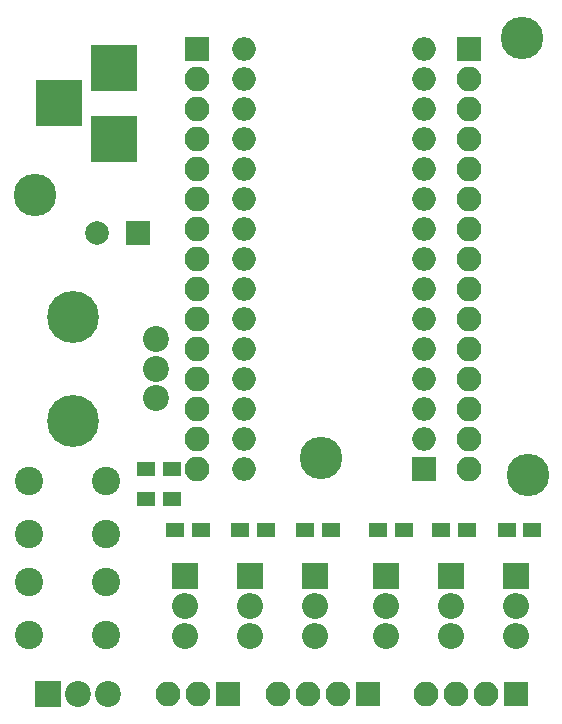
<source format=gts>
G04 #@! TF.FileFunction,Soldermask,Top*
%FSLAX46Y46*%
G04 Gerber Fmt 4.6, Leading zero omitted, Abs format (unit mm)*
G04 Created by KiCad (PCBNEW 4.0.7-e2-6376~58~ubuntu14.04.1) date Sun Dec 17 21:17:51 2017*
%MOMM*%
%LPD*%
G01*
G04 APERTURE LIST*
%ADD10C,0.100000*%
%ADD11R,2.200000X2.200000*%
%ADD12O,2.200000X2.200000*%
%ADD13R,2.000000X2.000000*%
%ADD14O,2.000000X2.000000*%
%ADD15C,2.000000*%
%ADD16R,2.100000X2.100000*%
%ADD17O,2.100000X2.100000*%
%ADD18R,3.900000X3.900000*%
%ADD19R,1.600000X1.300000*%
%ADD20C,2.200000*%
%ADD21C,4.400000*%
%ADD22C,2.400000*%
%ADD23C,3.600000*%
G04 APERTURE END LIST*
D10*
D11*
X161000000Y-101000000D03*
D12*
X161000000Y-103540000D03*
X161000000Y-106080000D03*
D13*
X158740000Y-92000000D03*
D14*
X143500000Y-58980000D03*
X158740000Y-89460000D03*
X143500000Y-61520000D03*
X158740000Y-86920000D03*
X143500000Y-64060000D03*
X158740000Y-84380000D03*
X143500000Y-66600000D03*
X158740000Y-81840000D03*
X143500000Y-69140000D03*
X158740000Y-79300000D03*
X143500000Y-71680000D03*
X158740000Y-76760000D03*
X143500000Y-74220000D03*
X158740000Y-74220000D03*
X143500000Y-76760000D03*
X158740000Y-71680000D03*
X143500000Y-79300000D03*
X158740000Y-69140000D03*
X143500000Y-81840000D03*
X158740000Y-66600000D03*
X143500000Y-84380000D03*
X158740000Y-64060000D03*
X143500000Y-86920000D03*
X158740000Y-61520000D03*
X143500000Y-89460000D03*
X158740000Y-58980000D03*
X143500000Y-92000000D03*
X158740000Y-56440000D03*
X143500000Y-56440000D03*
D13*
X134500000Y-72000000D03*
D15*
X131000000Y-72000000D03*
D16*
X139500000Y-56440000D03*
D17*
X139500000Y-58980000D03*
X139500000Y-61520000D03*
X139500000Y-64060000D03*
X139500000Y-66600000D03*
X139500000Y-69140000D03*
X139500000Y-71680000D03*
X139500000Y-74220000D03*
X139500000Y-76760000D03*
X139500000Y-79300000D03*
X139500000Y-81840000D03*
X139500000Y-84380000D03*
X139500000Y-86920000D03*
X139500000Y-89460000D03*
X139500000Y-92000000D03*
D16*
X162500000Y-56440000D03*
D17*
X162500000Y-58980000D03*
X162500000Y-61520000D03*
X162500000Y-64060000D03*
X162500000Y-66600000D03*
X162500000Y-69140000D03*
X162500000Y-71680000D03*
X162500000Y-74220000D03*
X162500000Y-76760000D03*
X162500000Y-79300000D03*
X162500000Y-81840000D03*
X162500000Y-84380000D03*
X162500000Y-86920000D03*
X162500000Y-89460000D03*
X162500000Y-92000000D03*
D16*
X154000000Y-111000000D03*
D17*
X151460000Y-111000000D03*
X148920000Y-111000000D03*
X146380000Y-111000000D03*
D16*
X166540000Y-111000000D03*
D17*
X164000000Y-111000000D03*
X161460000Y-111000000D03*
X158920000Y-111000000D03*
D18*
X132500000Y-64000000D03*
X132500000Y-58000000D03*
X127800000Y-61000000D03*
D11*
X144000000Y-101000000D03*
D12*
X144000000Y-103540000D03*
X144000000Y-106080000D03*
D11*
X149500000Y-101000000D03*
D12*
X149500000Y-103540000D03*
X149500000Y-106080000D03*
D11*
X138500000Y-101000000D03*
D12*
X138500000Y-103540000D03*
X138500000Y-106080000D03*
D11*
X166500000Y-101000000D03*
D12*
X166500000Y-103540000D03*
X166500000Y-106080000D03*
D11*
X155500000Y-101000000D03*
D12*
X155500000Y-103540000D03*
X155500000Y-106080000D03*
D19*
X137350000Y-92000000D03*
X135150000Y-92000000D03*
X135150000Y-94500000D03*
X137350000Y-94500000D03*
D20*
X136000000Y-86000000D03*
X136000000Y-83500000D03*
X136000000Y-81000000D03*
D21*
X129000000Y-87900000D03*
X129000000Y-79100000D03*
D22*
X131750000Y-93000000D03*
X131750000Y-97500000D03*
X125250000Y-93000000D03*
X125250000Y-97500000D03*
X131750000Y-101500000D03*
X131750000Y-106000000D03*
X125250000Y-101500000D03*
X125250000Y-106000000D03*
D11*
X126920000Y-111000000D03*
D20*
X129460000Y-111000000D03*
X132000000Y-111000000D03*
D16*
X142080000Y-111000000D03*
D17*
X139540000Y-111000000D03*
X137000000Y-111000000D03*
D19*
X143150000Y-97100000D03*
X145350000Y-97100000D03*
X148650000Y-97100000D03*
X150850000Y-97100000D03*
X137650000Y-97100000D03*
X139850000Y-97100000D03*
X160150000Y-97100000D03*
X162350000Y-97100000D03*
X165700000Y-97100000D03*
X167900000Y-97100000D03*
X154800000Y-97100000D03*
X157000000Y-97100000D03*
D23*
X167000000Y-55500000D03*
X167500000Y-92500000D03*
X125750000Y-68750000D03*
X150000000Y-91000000D03*
M02*

</source>
